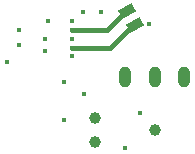
<source format=gtl>
G04*
G04 #@! TF.GenerationSoftware,Altium Limited,Altium Designer,25.8.1 (18)*
G04*
G04 Layer_Physical_Order=1*
G04 Layer_Color=255*
%FSLAX44Y44*%
%MOMM*%
G71*
G04*
G04 #@! TF.SameCoordinates,116CCF62-5798-44C4-8A89-1D291C0AF353*
G04*
G04*
G04 #@! TF.FilePolarity,Positive*
G04*
G01*
G75*
G04:AMPARAMS|DCode=12|XSize=1.3mm|YSize=0.8mm|CornerRadius=0mm|HoleSize=0mm|Usage=FLASHONLY|Rotation=30.000|XOffset=0mm|YOffset=0mm|HoleType=Round|Shape=Rectangle|*
%AMROTATEDRECTD12*
4,1,4,-0.3629,-0.6714,-0.7629,0.0214,0.3629,0.6714,0.7629,-0.0214,-0.3629,-0.6714,0.0*
%
%ADD12ROTATEDRECTD12*%

%ADD16C,0.4000*%
%ADD17C,0.9906*%
%ADD18O,1.0000X1.8000*%
%ADD19C,0.4000*%
D12*
X336725Y205672D02*
D03*
X343275Y194328D02*
D03*
D16*
X320000Y190000D02*
X335672Y205672D01*
X322500Y175000D02*
X341828Y194328D01*
X290000Y175000D02*
X322500D01*
X290000Y190000D02*
X320000D01*
D17*
X360000Y105000D02*
D03*
X309200Y115160D02*
D03*
Y94840D02*
D03*
D18*
X385000Y150000D02*
D03*
X360000D02*
D03*
X335000D02*
D03*
D19*
X299000Y205000D02*
D03*
X270000Y197500D02*
D03*
X245000Y190000D02*
D03*
Y177500D02*
D03*
X267500Y172500D02*
D03*
Y182500D02*
D03*
X290000Y167500D02*
D03*
Y182500D02*
D03*
Y175000D02*
D03*
Y190000D02*
D03*
X290000Y197500D02*
D03*
X300000Y135500D02*
D03*
X283000Y114000D02*
D03*
Y146000D02*
D03*
X334600Y90000D02*
D03*
X347300Y120000D02*
D03*
X235000Y162500D02*
D03*
X315000Y205000D02*
D03*
X355000Y195000D02*
D03*
M02*

</source>
